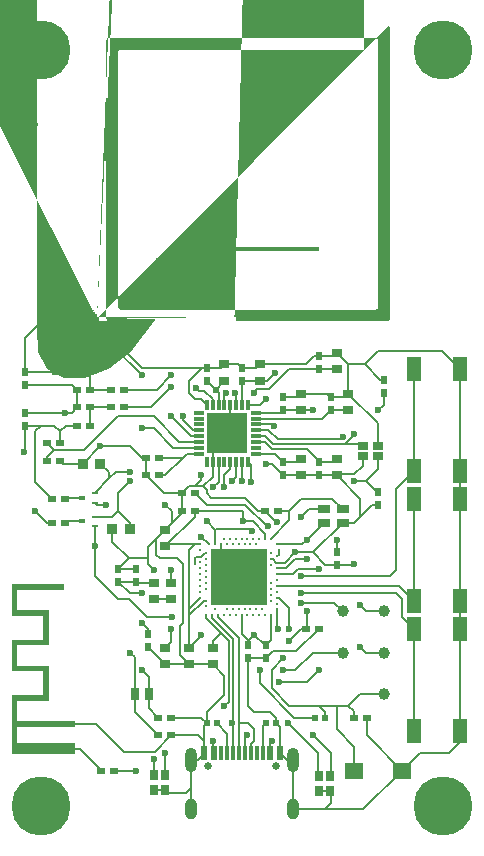
<source format=gtl>
G04 #@! TF.GenerationSoftware,KiCad,Pcbnew,9.0.3*
G04 #@! TF.CreationDate,2025-07-24T21:09:00-07:00*
G04 #@! TF.ProjectId,kikard,6b696b61-7264-42e6-9b69-6361645f7063,rev?*
G04 #@! TF.SameCoordinates,Original*
G04 #@! TF.FileFunction,Copper,L1,Top*
G04 #@! TF.FilePolarity,Positive*
%FSLAX46Y46*%
G04 Gerber Fmt 4.6, Leading zero omitted, Abs format (unit mm)*
G04 Created by KiCad (PCBNEW 9.0.3) date 2025-07-24 21:09:00*
%MOMM*%
%LPD*%
G01*
G04 APERTURE LIST*
G04 Aperture macros list*
%AMRoundRect*
0 Rectangle with rounded corners*
0 $1 Rounding radius*
0 $2 $3 $4 $5 $6 $7 $8 $9 X,Y pos of 4 corners*
0 Add a 4 corners polygon primitive as box body*
4,1,4,$2,$3,$4,$5,$6,$7,$8,$9,$2,$3,0*
0 Add four circle primitives for the rounded corners*
1,1,$1+$1,$2,$3*
1,1,$1+$1,$4,$5*
1,1,$1+$1,$6,$7*
1,1,$1+$1,$8,$9*
0 Add four rect primitives between the rounded corners*
20,1,$1+$1,$2,$3,$4,$5,0*
20,1,$1+$1,$4,$5,$6,$7,0*
20,1,$1+$1,$6,$7,$8,$9,0*
20,1,$1+$1,$8,$9,$2,$3,0*%
%AMFreePoly0*
4,1,203,24.639018,24.796157,24.711114,24.766294,24.766294,24.711114,24.796157,24.639018,24.800000,24.600000,24.800000,0.000000,24.796157,-0.039018,24.766294,-0.111114,24.711114,-0.166294,24.639018,-0.196157,24.600000,-0.200000,1.000000,-0.200000,0.960982,-0.196157,0.888886,-0.166294,0.833706,-0.111114,0.803843,-0.039018,0.800000,0.000000,0.800000,23.600000,0.803843,23.639018,0.833706,23.711114,
0.888886,23.766294,0.960982,23.796157,1.000000,23.800000,23.600000,23.800000,23.639018,23.796157,23.711114,23.766294,23.766294,23.711114,23.796157,23.639018,23.800000,23.600000,23.800000,1.000000,23.796157,0.960982,23.766294,0.888886,23.711114,0.833706,23.639018,0.803843,23.600000,0.800000,2.000000,0.800000,1.960982,0.803843,1.888886,0.833706,1.833706,0.888886,1.803843,0.960982,
1.800000,1.000000,1.800000,22.600000,1.803843,22.639018,1.833706,22.711114,1.888886,22.766294,1.960982,22.796157,2.000000,22.800000,22.600000,22.800000,22.639018,22.796157,22.711114,22.766294,22.766294,22.711114,22.796157,22.639018,22.800000,22.600000,22.800000,2.000000,22.796157,1.960982,22.766294,1.888886,22.711114,1.833706,22.639018,1.803843,22.600000,1.800000,3.000000,1.800000,
2.960982,1.803843,2.888886,1.833706,2.833706,1.888886,2.803843,1.960982,2.800000,2.000000,2.800000,21.600000,2.803843,21.639018,2.833706,21.711114,2.888886,21.766294,2.960982,21.796157,3.000000,21.800000,21.600000,21.800000,21.639018,21.796157,21.711114,21.766294,21.766294,21.711114,21.796157,21.639018,21.800000,21.600000,21.800000,3.000000,21.796157,2.960982,21.766294,2.888886,
21.711114,2.833706,21.639018,2.803843,21.600000,2.800000,4.000000,2.800000,3.960982,2.803843,3.888886,2.833706,3.833706,2.888886,3.803843,2.960982,3.800000,3.000000,3.800000,20.600000,3.803843,20.639018,3.833706,20.711114,3.888886,20.766294,3.960982,20.796157,4.000000,20.800000,20.600000,20.800000,20.639018,20.796157,20.711114,20.766294,20.766294,20.711114,20.796157,20.639018,
20.800000,20.600000,20.800000,4.000000,20.796157,3.960982,20.766294,3.888886,20.711114,3.833706,20.639018,3.803843,20.600000,3.800000,5.000000,3.800000,4.960982,3.803843,4.888886,3.833706,4.833706,3.888886,4.803843,3.960982,4.800000,4.000000,4.800000,19.600000,4.803843,19.639018,4.833706,19.711114,4.888886,19.766294,4.960982,19.796157,5.000000,19.800000,19.600000,19.800000,
19.639018,19.796157,19.711114,19.766294,19.766294,19.711114,19.796157,19.639018,19.800000,19.600000,19.800000,5.000000,19.796157,4.960982,19.766294,4.888886,19.711114,4.833706,19.639018,4.803843,19.600000,4.800000,6.000000,4.800000,5.960982,4.803843,5.888886,4.833706,5.833706,4.888886,5.803843,4.960982,5.800000,5.000000,5.800000,18.600000,5.803843,18.639018,5.833706,18.711114,
5.888886,18.766294,5.960982,18.796157,6.000000,18.800000,18.600000,18.800000,18.639018,18.796157,18.711114,18.766294,18.766294,18.711114,18.796157,18.639018,18.800000,18.600000,18.800000,6.000000,18.796157,5.960982,18.766294,5.888886,18.711114,5.833706,18.639018,5.803843,18.560982,5.803843,18.488886,5.833706,18.433706,5.888886,18.403843,5.960982,18.400000,6.000000,18.400000,18.400000,
6.200000,18.400000,6.200000,5.200000,19.400000,5.200000,19.400000,19.400000,5.200000,19.400000,5.200000,4.200000,20.400000,4.200000,20.400000,20.400000,4.200000,20.400000,4.200000,3.200000,21.400000,3.200000,21.400000,21.400000,3.200000,21.400000,3.200000,2.200000,22.400000,2.200000,22.400000,22.400000,2.200000,22.400000,2.200000,1.200000,23.400000,1.200000,23.400000,23.400000,
1.200000,23.400000,1.200000,0.200000,24.400000,0.200000,24.400000,24.400000,0.200000,24.400000,0.200000,0.000000,0.196157,-0.039018,0.166294,-0.111114,0.111114,-0.166294,0.039018,-0.196157,-0.039018,-0.196157,-0.111114,-0.166294,-0.166294,-0.111114,-0.196157,-0.039018,-0.200000,0.000000,-0.200000,24.600000,-0.196157,24.639018,-0.166294,24.711114,-0.111114,24.766294,-0.039018,24.796157,
0.000000,24.800000,24.600000,24.800000,24.639018,24.796157,24.639018,24.796157,$1*%
%AMFreePoly1*
4,1,21,11.639018,0.196157,11.711114,0.166294,11.766294,0.111114,11.796157,0.039018,11.796157,-0.039018,11.766294,-0.111114,11.711114,-0.166294,11.639018,-0.196157,11.600000,-0.200000,0.000000,-0.200000,-0.039018,-0.196157,-0.111114,-0.166294,-0.166294,-0.111114,-0.196157,-0.039018,-0.196157,0.039018,-0.166294,0.111114,-0.111114,0.166294,-0.039018,0.196157,0.000000,0.200000,11.600000,0.200000,
11.639018,0.196157,11.639018,0.196157,$1*%
G04 Aperture macros list end*
G04 #@! TA.AperFunction,EtchedComponent*
%ADD10C,0.000000*%
G04 #@! TD*
G04 #@! TA.AperFunction,SMDPad,CuDef*
%ADD11C,1.000000*%
G04 #@! TD*
G04 #@! TA.AperFunction,SMDPad,CuDef*
%ADD12R,0.540000X0.790000*%
G04 #@! TD*
G04 #@! TA.AperFunction,SMDPad,CuDef*
%ADD13R,0.790000X0.540000*%
G04 #@! TD*
G04 #@! TA.AperFunction,SMDPad,CuDef*
%ADD14R,0.900000X0.800000*%
G04 #@! TD*
G04 #@! TA.AperFunction,SMDPad,CuDef*
%ADD15R,0.810000X0.860000*%
G04 #@! TD*
G04 #@! TA.AperFunction,SMDPad,CuDef*
%ADD16R,0.490000X0.290000*%
G04 #@! TD*
G04 #@! TA.AperFunction,SMDPad,CuDef*
%ADD17R,0.490000X0.430000*%
G04 #@! TD*
G04 #@! TA.AperFunction,ComponentPad*
%ADD18C,5.000000*%
G04 #@! TD*
G04 #@! TA.AperFunction,SMDPad,CuDef*
%ADD19R,1.100000X0.800000*%
G04 #@! TD*
G04 #@! TA.AperFunction,SMDPad,CuDef*
%ADD20R,0.570000X0.540000*%
G04 #@! TD*
G04 #@! TA.AperFunction,SMDPad,CuDef*
%ADD21RoundRect,0.032500X0.387500X0.097500X-0.387500X0.097500X-0.387500X-0.097500X0.387500X-0.097500X0*%
G04 #@! TD*
G04 #@! TA.AperFunction,SMDPad,CuDef*
%ADD22RoundRect,0.032500X0.097500X0.387500X-0.097500X0.387500X-0.097500X-0.387500X0.097500X-0.387500X0*%
G04 #@! TD*
G04 #@! TA.AperFunction,SMDPad,CuDef*
%ADD23R,3.500000X3.500000*%
G04 #@! TD*
G04 #@! TA.AperFunction,SMDPad,CuDef*
%ADD24R,0.700000X0.900000*%
G04 #@! TD*
G04 #@! TA.AperFunction,SMDPad,CuDef*
%ADD25R,0.860000X0.800000*%
G04 #@! TD*
G04 #@! TA.AperFunction,SMDPad,CuDef*
%ADD26R,1.530000X1.360000*%
G04 #@! TD*
G04 #@! TA.AperFunction,ComponentPad*
%ADD27C,0.400000*%
G04 #@! TD*
G04 #@! TA.AperFunction,SMDPad,CuDef*
%ADD28FreePoly0,0.000000*%
G04 #@! TD*
G04 #@! TA.AperFunction,SMDPad,CuDef*
%ADD29FreePoly1,0.000000*%
G04 #@! TD*
G04 #@! TA.AperFunction,SMDPad,CuDef*
%ADD30R,1.200000X2.000000*%
G04 #@! TD*
G04 #@! TA.AperFunction,SMDPad,CuDef*
%ADD31R,0.800000X1.000000*%
G04 #@! TD*
G04 #@! TA.AperFunction,SMDPad,CuDef*
%ADD32R,0.850000X0.700000*%
G04 #@! TD*
G04 #@! TA.AperFunction,ComponentPad*
%ADD33C,0.650000*%
G04 #@! TD*
G04 #@! TA.AperFunction,ComponentPad*
%ADD34O,1.000000X2.100000*%
G04 #@! TD*
G04 #@! TA.AperFunction,ComponentPad*
%ADD35O,1.000000X1.800000*%
G04 #@! TD*
G04 #@! TA.AperFunction,SMDPad,CuDef*
%ADD36R,0.600000X1.150000*%
G04 #@! TD*
G04 #@! TA.AperFunction,SMDPad,CuDef*
%ADD37R,0.300000X1.150000*%
G04 #@! TD*
G04 #@! TA.AperFunction,ConnectorPad*
%ADD38R,0.500000X0.500000*%
G04 #@! TD*
G04 #@! TA.AperFunction,ComponentPad*
%ADD39R,0.500000X0.900000*%
G04 #@! TD*
G04 #@! TA.AperFunction,SMDPad,CuDef*
%ADD40R,4.850000X4.850000*%
G04 #@! TD*
G04 #@! TA.AperFunction,SMDPad,CuDef*
%ADD41C,0.275000*%
G04 #@! TD*
G04 #@! TA.AperFunction,ViaPad*
%ADD42C,0.600000*%
G04 #@! TD*
G04 #@! TA.AperFunction,ViaPad*
%ADD43C,0.250000*%
G04 #@! TD*
G04 #@! TA.AperFunction,ViaPad*
%ADD44C,0.500000*%
G04 #@! TD*
G04 #@! TA.AperFunction,Conductor*
%ADD45C,0.200000*%
G04 #@! TD*
G04 APERTURE END LIST*
D10*
G04 #@! TA.AperFunction,EtchedComponent*
G36*
X134915000Y-113700000D02*
G01*
X130975000Y-113700000D01*
X130975000Y-115400000D01*
X133615000Y-115400000D01*
X133615000Y-118400000D01*
X130975000Y-118400000D01*
X130975000Y-120100000D01*
X133615000Y-120100000D01*
X133615000Y-123100000D01*
X130975000Y-123100000D01*
X130975000Y-124800000D01*
X135875000Y-124800000D01*
X135875000Y-125300000D01*
X130975000Y-125300000D01*
X130975000Y-126700000D01*
X135875000Y-126700000D01*
X135875000Y-127600000D01*
X135631785Y-127600000D01*
X130475000Y-127600000D01*
X130475000Y-127157267D01*
X135477018Y-127157267D01*
X135484908Y-127205353D01*
X135501814Y-127238245D01*
X135538584Y-127273185D01*
X135583378Y-127292847D01*
X135631785Y-127297583D01*
X135679395Y-127287742D01*
X135721797Y-127263674D01*
X135754581Y-127225731D01*
X135758935Y-127217819D01*
X135771043Y-127175156D01*
X135770300Y-127126637D01*
X135757400Y-127081122D01*
X135746787Y-127062511D01*
X135711553Y-127028868D01*
X135666368Y-127008309D01*
X135616842Y-127001778D01*
X135568583Y-127010218D01*
X135536357Y-127027112D01*
X135503687Y-127062372D01*
X135483592Y-127107682D01*
X135477018Y-127157267D01*
X130475000Y-127157267D01*
X130475000Y-122600000D01*
X133115000Y-122600000D01*
X133115000Y-120600000D01*
X130475000Y-120600000D01*
X130475000Y-117900000D01*
X133115000Y-117900000D01*
X133115000Y-115900000D01*
X130475000Y-115900000D01*
X130475000Y-113200000D01*
X134915000Y-113200000D01*
X134915000Y-113700000D01*
G37*
G04 #@! TD.AperFunction*
D11*
X162000000Y-122500000D03*
X162000000Y-119000000D03*
X158500000Y-119000000D03*
X162000000Y-115500000D03*
X158500000Y-115500000D03*
D12*
X150500000Y-119500000D03*
X150500000Y-118400000D03*
D13*
X141900000Y-102500000D03*
X143000000Y-102500000D03*
D14*
X147500000Y-118600000D03*
X147500000Y-120000000D03*
D13*
X133500000Y-102780000D03*
X134600000Y-102780000D03*
D15*
X139000000Y-108500000D03*
X140500000Y-108500000D03*
D14*
X159000000Y-97100000D03*
X159000000Y-98500000D03*
D16*
X137500000Y-108300000D03*
X137500000Y-107500000D03*
D17*
X136440000Y-107900000D03*
D13*
X138900000Y-96750000D03*
X140000000Y-96750000D03*
X144900000Y-107000000D03*
X146000000Y-107000000D03*
D12*
X156500000Y-104000000D03*
X156500000Y-102900000D03*
X141000000Y-111900000D03*
X141000000Y-113000000D03*
D18*
X167000000Y-132000000D03*
D12*
X147000000Y-94900000D03*
X147000000Y-96000000D03*
D19*
X156900000Y-108010000D03*
X158500000Y-108000000D03*
X158500000Y-106850000D03*
X156900000Y-106860000D03*
D13*
X134600000Y-101280000D03*
X133500000Y-101280000D03*
D20*
X156140000Y-124500000D03*
X157000000Y-124500000D03*
D13*
X146000000Y-105500000D03*
X144900000Y-105500000D03*
X144000000Y-124500000D03*
X142900000Y-124500000D03*
D21*
X151185000Y-102185000D03*
X151185000Y-101685000D03*
X151185000Y-101185000D03*
X151185000Y-100685000D03*
X151185000Y-100185000D03*
X151185000Y-99685000D03*
X151185000Y-99185000D03*
X151185000Y-98685000D03*
D22*
X150500000Y-98000000D03*
X150000000Y-98000000D03*
X149500000Y-98000000D03*
X149000000Y-98000000D03*
X148500000Y-98000000D03*
X148000000Y-98000000D03*
X147500000Y-98000000D03*
X147000000Y-98000000D03*
D21*
X146315000Y-98685000D03*
X146315000Y-99185000D03*
X146315000Y-99685000D03*
X146315000Y-100185000D03*
X146315000Y-100685000D03*
X146315000Y-101185000D03*
X146315000Y-101685000D03*
X146315000Y-102185000D03*
D22*
X147000000Y-102870000D03*
X147500000Y-102870000D03*
X148000000Y-102870000D03*
X148500000Y-102870000D03*
X149000000Y-102870000D03*
X149500000Y-102870000D03*
X150000000Y-102870000D03*
X150500000Y-102870000D03*
D23*
X148750000Y-100435000D03*
D12*
X157500000Y-97400000D03*
X157500000Y-98500000D03*
D24*
X142550000Y-129350000D03*
X142550000Y-130650000D03*
X143450000Y-129350000D03*
X143450000Y-130650000D03*
D12*
X149950000Y-94900000D03*
X149950000Y-96000000D03*
D25*
X142500000Y-114500000D03*
X142500000Y-113100000D03*
D12*
X139500000Y-111900000D03*
X139500000Y-113000000D03*
D13*
X134600000Y-92280000D03*
X133500000Y-92280000D03*
D24*
X156500000Y-129430000D03*
X156500000Y-130730000D03*
X157400000Y-129430000D03*
X157400000Y-130730000D03*
D13*
X144000000Y-126000000D03*
X142900000Y-126000000D03*
X156500000Y-117000000D03*
X155400000Y-117000000D03*
X136000000Y-99780000D03*
X137100000Y-99780000D03*
D26*
X159460000Y-129000000D03*
X163540000Y-129000000D03*
D13*
X153000000Y-107000000D03*
X151900000Y-107000000D03*
D27*
X137700000Y-90800000D03*
D28*
X137700000Y-90800000D03*
D27*
X144700000Y-84800000D03*
D29*
X144700000Y-84800000D03*
D12*
X153500000Y-97400000D03*
X153500000Y-98500000D03*
D18*
X133000000Y-68000000D03*
D30*
X164550000Y-114600000D03*
X164550000Y-106000000D03*
X168450000Y-114600000D03*
X168450000Y-106000000D03*
D20*
X152000000Y-125000000D03*
X152860000Y-125000000D03*
D12*
X156500000Y-93900000D03*
X156500000Y-95000000D03*
D31*
X142100000Y-122500000D03*
X140900000Y-122500000D03*
D30*
X164550000Y-125600000D03*
X164550000Y-117000000D03*
X168450000Y-125600000D03*
X168450000Y-117000000D03*
D25*
X144000000Y-113100000D03*
X144000000Y-114500000D03*
D20*
X147860000Y-125000000D03*
X147000000Y-125000000D03*
D14*
X158000000Y-93600000D03*
X158000000Y-95000000D03*
D32*
X160200000Y-102400000D03*
X161500000Y-102400000D03*
X161500000Y-101500000D03*
X160200000Y-101500000D03*
D33*
X147110000Y-128615000D03*
X152890000Y-128615000D03*
D34*
X145680000Y-128115000D03*
X154320000Y-128115000D03*
D35*
X145680000Y-132265000D03*
X154320000Y-132265000D03*
D36*
X146800000Y-127545000D03*
X147600000Y-127545000D03*
D37*
X148750000Y-127545000D03*
X149750000Y-127545000D03*
X150250000Y-127545000D03*
X151250000Y-127545000D03*
D36*
X153200000Y-127545000D03*
X152400000Y-127545000D03*
D37*
X151750000Y-127545000D03*
X150750000Y-127545000D03*
X149250000Y-127545000D03*
X148250000Y-127545000D03*
D13*
X138900000Y-98250000D03*
X140000000Y-98250000D03*
D14*
X143500000Y-108600000D03*
X143500000Y-110000000D03*
D12*
X142000000Y-117400000D03*
X142000000Y-118500000D03*
X162000000Y-95900000D03*
X162000000Y-97000000D03*
D18*
X167000000Y-68000000D03*
D13*
X136000000Y-98250000D03*
X137100000Y-98250000D03*
X159450000Y-124500000D03*
X160550000Y-124500000D03*
D30*
X164550000Y-103600000D03*
X164550000Y-95000000D03*
X168450000Y-103600000D03*
X168450000Y-95000000D03*
D16*
X137500000Y-106300000D03*
X137500000Y-105500000D03*
D17*
X136440000Y-105900000D03*
D13*
X133900000Y-108000000D03*
X135000000Y-108000000D03*
D14*
X148500000Y-94600000D03*
X148500000Y-96000000D03*
D12*
X152000000Y-119500000D03*
X152000000Y-118400000D03*
D14*
X143500000Y-120000000D03*
X143500000Y-118600000D03*
D13*
X141900000Y-104000000D03*
X143000000Y-104000000D03*
D14*
X158000000Y-104000000D03*
X158000000Y-102600000D03*
D15*
X136500000Y-103000000D03*
X138000000Y-103000000D03*
D12*
X131600000Y-95230000D03*
X131600000Y-96330000D03*
D14*
X155000000Y-97100000D03*
X155000000Y-98500000D03*
D13*
X138020000Y-129000000D03*
X139120000Y-129000000D03*
D12*
X131600000Y-98680000D03*
X131600000Y-99780000D03*
D13*
X133900000Y-106000000D03*
X135000000Y-106000000D03*
X134600000Y-93780000D03*
X133500000Y-93780000D03*
D12*
X153500000Y-104000000D03*
X153500000Y-102900000D03*
D14*
X155000000Y-104000000D03*
X155000000Y-102600000D03*
X145500000Y-120000000D03*
X145500000Y-118600000D03*
D12*
X161500000Y-106500000D03*
X161500000Y-105400000D03*
D38*
X135625000Y-125050000D03*
D39*
X135625000Y-127150000D03*
D14*
X151500000Y-94600000D03*
X151500000Y-96000000D03*
D13*
X137100000Y-96750000D03*
X136000000Y-96750000D03*
D12*
X158000000Y-110450000D03*
X158000000Y-111550000D03*
D13*
X136000000Y-95280000D03*
X137100000Y-95280000D03*
D40*
X149700000Y-112600000D03*
D41*
X148450000Y-109350000D03*
X148950000Y-109350000D03*
X149450000Y-109350000D03*
X149950000Y-109350000D03*
X150450000Y-109350000D03*
X150950000Y-109350000D03*
X151450000Y-109350000D03*
X151950000Y-109350000D03*
X152450000Y-109350000D03*
X152950000Y-114850000D03*
X146950000Y-115100000D03*
X147700000Y-115350000D03*
X148700000Y-115350000D03*
X149200000Y-115350000D03*
X149700000Y-115350000D03*
X150200000Y-115350000D03*
X150700000Y-115350000D03*
X151200000Y-115350000D03*
X151700000Y-115350000D03*
X152950000Y-115350000D03*
X146950000Y-115850000D03*
X147450000Y-115850000D03*
X147950000Y-115850000D03*
X148450000Y-115850000D03*
X148950000Y-115850000D03*
X149450000Y-115850000D03*
X149950000Y-115850000D03*
X150450000Y-115850000D03*
X150950000Y-115850000D03*
X151450000Y-115850000D03*
X151950000Y-115850000D03*
X152450000Y-115850000D03*
X146450000Y-109850000D03*
X147200000Y-109850000D03*
X147700000Y-109850000D03*
X148200000Y-109850000D03*
X148700000Y-109850000D03*
X149200000Y-109850000D03*
X149700000Y-109850000D03*
X150200000Y-109850000D03*
X150700000Y-109850000D03*
X151200000Y-109850000D03*
X152950000Y-109850000D03*
X146450000Y-110350000D03*
X146950000Y-110600000D03*
X152450000Y-110600000D03*
X152950000Y-110850000D03*
X146950000Y-111100000D03*
X152450000Y-111100000D03*
X146450000Y-111350000D03*
X146950000Y-111600000D03*
X152450000Y-111600000D03*
X146450000Y-111850000D03*
X152950000Y-111850000D03*
X146950000Y-112100000D03*
X146450000Y-112350000D03*
X152950000Y-112350000D03*
X146950000Y-112600000D03*
X146450000Y-112850000D03*
X152950000Y-112850000D03*
X146950000Y-113100000D03*
X152450000Y-113100000D03*
X146450000Y-113350000D03*
X152950000Y-113350000D03*
X146950000Y-113600000D03*
X152450000Y-113600000D03*
X146450000Y-113850000D03*
X152950000Y-113850000D03*
X152450000Y-114100000D03*
X146450000Y-114350000D03*
X152950000Y-114350000D03*
X146950000Y-114600000D03*
X152450000Y-114600000D03*
D18*
X133000000Y-132000000D03*
D42*
X160000000Y-118500000D03*
X159500000Y-111500000D03*
X153500000Y-120500000D03*
X160000000Y-115000000D03*
X153050000Y-117000000D03*
X155000000Y-114800003D03*
D43*
X152950000Y-114850000D03*
D44*
X161500000Y-101500000D03*
X160200000Y-102400000D03*
D42*
X152000000Y-103000000D03*
X135000000Y-98680000D03*
X152975735Y-107975735D03*
X152731478Y-99840399D03*
D43*
X148200000Y-109850000D03*
D42*
X154500000Y-110500000D03*
X144000000Y-99000000D03*
X142500000Y-112000000D03*
X138000000Y-101500000D03*
X146500000Y-104000000D03*
X155000000Y-107500000D03*
X143500000Y-106500000D03*
X145000000Y-99000000D03*
X131500000Y-102000000D03*
X134150000Y-95230000D03*
X134000000Y-90000000D03*
X132500000Y-107000000D03*
X144000000Y-117000000D03*
D43*
X147700000Y-115350000D03*
D42*
X151000000Y-117500000D03*
X151500000Y-120500000D03*
X146500000Y-117500000D03*
X150100000Y-107900000D03*
X155000000Y-102600000D03*
X147500000Y-126500000D03*
X152500000Y-126500000D03*
X142500000Y-128000000D03*
X148500000Y-123500000D03*
X153900000Y-125000000D03*
X156000000Y-98500000D03*
X153100000Y-121500000D03*
X156500000Y-120500000D03*
X152801735Y-95301735D03*
X147750000Y-96750000D03*
X152000000Y-97500000D03*
X151000000Y-97000000D03*
X149400000Y-97000000D03*
X158500000Y-100758450D03*
X159500000Y-104500000D03*
X161500000Y-98500000D03*
X159500000Y-100500000D03*
X158000000Y-109500000D03*
X155455000Y-109455000D03*
D43*
X146000000Y-111500000D03*
D42*
X140500000Y-119000000D03*
X141500000Y-120500000D03*
D43*
X146950000Y-111100000D03*
D42*
X147000000Y-107900000D03*
D43*
X153096256Y-110288769D03*
D42*
X141500000Y-114000000D03*
X150869121Y-108717651D03*
X152174265Y-108325735D03*
D43*
X152450000Y-110600000D03*
D42*
X141500000Y-116500000D03*
D43*
X146450000Y-110350000D03*
D42*
X155500000Y-115500000D03*
X154000000Y-118000000D03*
D43*
X152450000Y-111600000D03*
D42*
X141000000Y-129000000D03*
X141500000Y-100000000D03*
X141500000Y-95500000D03*
D43*
X149700000Y-115350000D03*
D42*
X153500000Y-119500000D03*
X146540156Y-109218905D03*
X144000000Y-112000000D03*
X144000000Y-96500000D03*
X148600000Y-97000000D03*
X144000000Y-95500000D03*
X146124265Y-96624265D03*
D43*
X148450000Y-115850000D03*
D42*
X143500000Y-127500000D03*
X154000000Y-117000000D03*
X156000000Y-126000000D03*
X144102000Y-116000000D03*
X137500000Y-110000000D03*
X138500000Y-106500000D03*
D43*
X146450000Y-112850000D03*
D42*
X140500000Y-103699997D03*
X156500000Y-111900000D03*
X140500000Y-104500000D03*
X155500000Y-111100000D03*
D43*
X152450000Y-113600000D03*
D42*
X155000000Y-114000000D03*
X155000000Y-112500000D03*
D43*
X152450000Y-113100000D03*
X151700000Y-115350000D03*
D42*
X150786793Y-104529761D03*
X149114579Y-104487851D03*
D43*
X150700000Y-115350000D03*
X149200000Y-115350000D03*
D42*
X148500000Y-105000000D03*
X149150000Y-125000000D03*
X150400000Y-126000000D03*
X147543849Y-104979567D03*
D43*
X148700000Y-115350000D03*
D42*
X149991063Y-104447187D03*
D43*
X151200000Y-115350000D03*
D45*
X162000000Y-122500000D02*
X160000000Y-122500000D01*
X160000000Y-122500000D02*
X159000000Y-123500000D01*
X160500000Y-119000000D02*
X162000000Y-119000000D01*
X159450000Y-111550000D02*
X159500000Y-111500000D01*
X158000000Y-111550000D02*
X159450000Y-111550000D01*
X160000000Y-118500000D02*
X160500000Y-119000000D01*
X154500000Y-120500000D02*
X156000000Y-119000000D01*
X153500000Y-120500000D02*
X154500000Y-120500000D01*
X156000000Y-119000000D02*
X158500000Y-119000000D01*
X156500000Y-120500000D02*
X155500000Y-121500000D01*
X155500000Y-121500000D02*
X153100000Y-121500000D01*
X153100000Y-121500000D02*
X153100000Y-121400000D01*
X160000000Y-115000000D02*
X160500000Y-115500000D01*
X160500000Y-115500000D02*
X162000000Y-115500000D01*
X155000000Y-114800003D02*
X157800003Y-114800003D01*
X157800003Y-114800003D02*
X158500000Y-115500000D01*
X152950000Y-116900000D02*
X153050000Y-117000000D01*
X152950000Y-115350000D02*
X152950000Y-116900000D01*
X136290000Y-127150000D02*
X138140000Y-129000000D01*
X135625000Y-127150000D02*
X136290000Y-127150000D01*
X146500000Y-124500000D02*
X147000000Y-125000000D01*
X153500000Y-104000000D02*
X155000000Y-104000000D01*
X144000000Y-124500000D02*
X146500000Y-124500000D01*
X141500000Y-102500000D02*
X141900000Y-102500000D01*
X154320000Y-128115000D02*
X153770000Y-128115000D01*
X148200000Y-111100000D02*
X149700000Y-112600000D01*
X152000000Y-103000000D02*
X152500000Y-103000000D01*
X166950000Y-93500000D02*
X161500000Y-93500000D01*
X157000000Y-132265000D02*
X154320000Y-132265000D01*
X151185000Y-99685000D02*
X152576079Y-99685000D01*
X160550000Y-126010000D02*
X163540000Y-129000000D01*
X140500000Y-101500000D02*
X141500000Y-102500000D01*
X145260000Y-130920000D02*
X145680000Y-130500000D01*
X158500000Y-108000000D02*
X156000000Y-110500000D01*
X146800000Y-125200000D02*
X147000000Y-125000000D01*
X141501000Y-94900000D02*
X147000000Y-94900000D01*
X156500000Y-117000000D02*
X154601000Y-118899000D01*
X157700000Y-93900000D02*
X158000000Y-93600000D01*
X148200000Y-94900000D02*
X148500000Y-94600000D01*
X156100000Y-93900000D02*
X156500000Y-93900000D01*
X159000000Y-97100000D02*
X159000000Y-94600000D01*
X149650000Y-94600000D02*
X149950000Y-94900000D01*
X143500000Y-120000000D02*
X145500000Y-120000000D01*
X168450000Y-126550000D02*
X167500000Y-127500000D01*
X146500000Y-104429000D02*
X146000000Y-104929000D01*
X145000000Y-99327542D02*
X145000000Y-99000000D01*
X145685000Y-100685000D02*
X144000000Y-99000000D01*
X144749000Y-116751000D02*
X144749000Y-119249000D01*
X142749000Y-109351000D02*
X142749000Y-110701000D01*
X158000000Y-111550000D02*
X157050000Y-111550000D01*
X138881000Y-92280000D02*
X141501000Y-94900000D01*
X143048000Y-111000000D02*
X144500000Y-111000000D01*
X139000000Y-109600000D02*
X140400000Y-111000000D01*
X146696000Y-104929000D02*
X146000000Y-104929000D01*
X168450000Y-117000000D02*
X168450000Y-125600000D01*
X131600000Y-96330000D02*
X135580000Y-96330000D01*
X146000000Y-104929000D02*
X145471000Y-104929000D01*
X160200000Y-103199000D02*
X159500000Y-103899000D01*
X158101000Y-103899000D02*
X158000000Y-104000000D01*
X135580000Y-96330000D02*
X136000000Y-96750000D01*
X154700000Y-97400000D02*
X155000000Y-97100000D01*
X146800000Y-127545000D02*
X146800000Y-126500000D01*
X152891367Y-111411500D02*
X153588500Y-111411500D01*
X146500000Y-104000000D02*
X146500000Y-104429000D01*
X147000000Y-98000000D02*
X146500000Y-97500000D01*
X146000000Y-97500000D02*
X145523265Y-97023265D01*
X136000000Y-96750000D02*
X136000000Y-98250000D01*
X156500000Y-93900000D02*
X157700000Y-93900000D01*
X161500000Y-106500000D02*
X161000000Y-106500000D01*
X154320000Y-132265000D02*
X154320000Y-128115000D01*
X148448000Y-122552000D02*
X148448000Y-120948000D01*
X163540000Y-129000000D02*
X164000000Y-129000000D01*
X145680000Y-128115000D02*
X146230000Y-128115000D01*
X134820000Y-103000000D02*
X134600000Y-102780000D01*
X147500000Y-104125000D02*
X146696000Y-104929000D01*
X147000000Y-124000000D02*
X147000000Y-125000000D01*
X158700000Y-97400000D02*
X159000000Y-97100000D01*
X154601000Y-118899000D02*
X152601000Y-118899000D01*
X153200000Y-127545000D02*
X153200000Y-125340000D01*
X153588500Y-111411500D02*
X154500000Y-110500000D01*
X168450000Y-95000000D02*
X166950000Y-93500000D01*
X138000000Y-101500000D02*
X140500000Y-101500000D01*
X148500000Y-94600000D02*
X149650000Y-94600000D01*
X146600000Y-94900000D02*
X147000000Y-94900000D01*
X135570000Y-98680000D02*
X136000000Y-98250000D01*
X142500000Y-112000000D02*
X142000000Y-111500000D01*
X158000000Y-104000000D02*
X160000000Y-106000000D01*
X144900000Y-107000000D02*
X144900000Y-107200000D01*
X153770000Y-128115000D02*
X153200000Y-127545000D01*
X145523265Y-95976735D02*
X146600000Y-94900000D01*
X157050000Y-111550000D02*
X156000000Y-110500000D01*
X147399000Y-105899000D02*
X147000000Y-105500000D01*
X142550000Y-130650000D02*
X143450000Y-130650000D01*
X147000000Y-105500000D02*
X147000000Y-105233000D01*
X168450000Y-103600000D02*
X168450000Y-106000000D01*
X136500000Y-103000000D02*
X138000000Y-101500000D01*
X143550000Y-130920000D02*
X145260000Y-130920000D01*
X140001000Y-127399000D02*
X142601000Y-127399000D01*
X159500000Y-103899000D02*
X158101000Y-103899000D01*
X148200000Y-109850000D02*
X148200000Y-111100000D01*
X152330000Y-124000000D02*
X152860000Y-124530000D01*
X157200000Y-97100000D02*
X157500000Y-97400000D01*
X160400000Y-94600000D02*
X159000000Y-94600000D01*
X143500000Y-106500000D02*
X144050000Y-107050000D01*
X145000000Y-116500000D02*
X144749000Y-116751000D01*
X156500000Y-104000000D02*
X158000000Y-104000000D01*
X147500000Y-102870000D02*
X147500000Y-104125000D01*
X149000000Y-100185000D02*
X148750000Y-100435000D01*
X160000000Y-107500000D02*
X159500000Y-108000000D01*
X151349943Y-107000000D02*
X150248943Y-105899000D01*
X145523265Y-97023265D02*
X145523265Y-95976735D01*
X151000000Y-124000000D02*
X152330000Y-124000000D01*
X142749000Y-110701000D02*
X143048000Y-111000000D01*
X156900000Y-106860000D02*
X155640000Y-106860000D01*
X143500000Y-108600000D02*
X142749000Y-109351000D01*
X168450000Y-95000000D02*
X168450000Y-103600000D01*
X145471000Y-104929000D02*
X144900000Y-105500000D01*
X153500000Y-97400000D02*
X154700000Y-97400000D01*
X168450000Y-125600000D02*
X168450000Y-126550000D01*
X135000000Y-98680000D02*
X135570000Y-98680000D01*
X144050000Y-108050000D02*
X143500000Y-108600000D01*
X147500000Y-120000000D02*
X148448000Y-120948000D01*
X160275000Y-132265000D02*
X163540000Y-129000000D01*
X152875735Y-107975735D02*
X151900000Y-107000000D01*
X144749000Y-119249000D02*
X145500000Y-120000000D01*
X156000000Y-110500000D02*
X154500000Y-110500000D01*
X152450000Y-111100000D02*
X152426000Y-111100000D01*
X160550000Y-124500000D02*
X160550000Y-126010000D01*
X135625000Y-125050000D02*
X137652000Y-125050000D01*
X161500000Y-99600000D02*
X161500000Y-101500000D01*
X144000000Y-126000000D02*
X146300000Y-126000000D01*
X155000000Y-104000000D02*
X156500000Y-104000000D01*
X155000000Y-97100000D02*
X157200000Y-97100000D01*
X153200000Y-125340000D02*
X152860000Y-125000000D01*
X141900000Y-102500000D02*
X141900000Y-104000000D01*
X157500000Y-97400000D02*
X158700000Y-97400000D01*
X148750000Y-100435000D02*
X147500000Y-101685000D01*
X137652000Y-125050000D02*
X140001000Y-127399000D01*
X155400000Y-94600000D02*
X156100000Y-93900000D01*
X146315000Y-100185000D02*
X145857458Y-100185000D01*
X151500000Y-94600000D02*
X155400000Y-94600000D01*
X159000000Y-94600000D02*
X158000000Y-93600000D01*
X160200000Y-102400000D02*
X160200000Y-103199000D01*
X148448000Y-122552000D02*
X147000000Y-124000000D01*
X161700000Y-95900000D02*
X160400000Y-94600000D01*
X142000000Y-118500000D02*
X143500000Y-120000000D01*
X152579867Y-111100000D02*
X152891367Y-111411500D01*
X131600000Y-98680000D02*
X135000000Y-98680000D01*
X162000000Y-95900000D02*
X161700000Y-95900000D01*
X142000000Y-110100000D02*
X142749000Y-109351000D01*
X159500000Y-108000000D02*
X158500000Y-108000000D01*
X157500000Y-131765000D02*
X157000000Y-132265000D01*
X155640000Y-106860000D02*
X155000000Y-107500000D01*
X145680000Y-132265000D02*
X145680000Y-130500000D01*
X145000000Y-111500000D02*
X145000000Y-116500000D01*
X151900000Y-107000000D02*
X151349943Y-107000000D01*
X134600000Y-92280000D02*
X138881000Y-92280000D01*
X152975735Y-107975735D02*
X152875735Y-107975735D01*
X168450000Y-114600000D02*
X168450000Y-117000000D01*
X145857458Y-100185000D02*
X145000000Y-99327542D01*
X146315000Y-100685000D02*
X145685000Y-100685000D01*
X156500000Y-130730000D02*
X157400000Y-130730000D01*
X146230000Y-128115000D02*
X146800000Y-127545000D01*
X150500000Y-123500000D02*
X151000000Y-124000000D01*
X146800000Y-126500000D02*
X146800000Y-125200000D01*
X167500000Y-127500000D02*
X165040000Y-127500000D01*
X144900000Y-107200000D02*
X144050000Y-108050000D01*
X144900000Y-105500000D02*
X144900000Y-107000000D01*
X142000000Y-111500000D02*
X142000000Y-111000000D01*
X145500000Y-120000000D02*
X147500000Y-120000000D01*
X168450000Y-106000000D02*
X168450000Y-114600000D01*
X144050000Y-107050000D02*
X144050000Y-108050000D01*
X152576079Y-99685000D02*
X152731478Y-99840399D01*
X159000000Y-97100000D02*
X161500000Y-99600000D01*
X150500000Y-119500000D02*
X150500000Y-123500000D01*
X145680000Y-130500000D02*
X145680000Y-128115000D01*
X139000000Y-108500000D02*
X139000000Y-109600000D01*
X147000000Y-105233000D02*
X146696000Y-104929000D01*
X151200000Y-94900000D02*
X151500000Y-94600000D01*
X149950000Y-94900000D02*
X151200000Y-94900000D01*
X152500000Y-103000000D02*
X153500000Y-104000000D01*
X152450000Y-111100000D02*
X152579867Y-111100000D01*
X141900000Y-104000000D02*
X143400000Y-105500000D01*
X146300000Y-126000000D02*
X146800000Y-126500000D01*
X165040000Y-127500000D02*
X163540000Y-129000000D01*
X147500000Y-101685000D02*
X147500000Y-102870000D01*
X152000000Y-119500000D02*
X150500000Y-119500000D01*
X157500000Y-131000000D02*
X157500000Y-131765000D01*
X139500000Y-111900000D02*
X140400000Y-111000000D01*
X136500000Y-103000000D02*
X134820000Y-103000000D01*
X161500000Y-93500000D02*
X160400000Y-94600000D01*
X149000000Y-98000000D02*
X149000000Y-100185000D01*
X142601000Y-127399000D02*
X144000000Y-126000000D01*
X140400000Y-111000000D02*
X142000000Y-111000000D01*
X150248943Y-105899000D02*
X147399000Y-105899000D01*
X161000000Y-106500000D02*
X160000000Y-107500000D01*
X152601000Y-118899000D02*
X152000000Y-119500000D01*
X157000000Y-132265000D02*
X160275000Y-132265000D01*
X144500000Y-111000000D02*
X145000000Y-111500000D01*
X160000000Y-106000000D02*
X160000000Y-107500000D01*
X141000000Y-111900000D02*
X139500000Y-111900000D01*
X142000000Y-111000000D02*
X142000000Y-110100000D01*
X147000000Y-94900000D02*
X148200000Y-94900000D01*
X146500000Y-97500000D02*
X146000000Y-97500000D01*
X152860000Y-124530000D02*
X152860000Y-125000000D01*
X143400000Y-105500000D02*
X144900000Y-105500000D01*
X133900000Y-106000000D02*
X132500000Y-104600000D01*
X134100000Y-99780000D02*
X134600000Y-100280000D01*
X131600000Y-99780000D02*
X133000000Y-99780000D01*
X131600000Y-101900000D02*
X131500000Y-102000000D01*
X135100000Y-99780000D02*
X134600000Y-100280000D01*
X132500000Y-100280000D02*
X133000000Y-99780000D01*
X131600000Y-99780000D02*
X131600000Y-101900000D01*
X133000000Y-99780000D02*
X134100000Y-99780000D01*
X136000000Y-99780000D02*
X135100000Y-99780000D01*
X134600000Y-100280000D02*
X134600000Y-101280000D01*
X132500000Y-104600000D02*
X132500000Y-100280000D01*
X131600000Y-95230000D02*
X131600000Y-92400000D01*
X134600000Y-94780000D02*
X134600000Y-93780000D01*
X133900000Y-108000000D02*
X133500000Y-108000000D01*
X134150000Y-95230000D02*
X134600000Y-94780000D01*
X131600000Y-95230000D02*
X134150000Y-95230000D01*
X133500000Y-108000000D02*
X132500000Y-107000000D01*
X136000000Y-95280000D02*
X135100000Y-95280000D01*
X131600000Y-92400000D02*
X134000000Y-90000000D01*
X135100000Y-95280000D02*
X134600000Y-94780000D01*
X144000000Y-118100000D02*
X143500000Y-118600000D01*
X144000000Y-117000000D02*
X144000000Y-118100000D01*
X146500000Y-117500000D02*
X146500000Y-117600000D01*
X146450000Y-114350000D02*
X145500000Y-115300000D01*
X150500000Y-117953033D02*
X150500000Y-118400000D01*
X154432900Y-124500000D02*
X156140000Y-124500000D01*
X151500000Y-120500000D02*
X151500000Y-121567100D01*
X150100000Y-107900000D02*
X150900000Y-107900000D01*
X146000000Y-109850000D02*
X143650000Y-109850000D01*
X150100000Y-107100000D02*
X150000000Y-107000000D01*
X146000000Y-107000000D02*
X146000000Y-107500000D01*
X150500000Y-118400000D02*
X150500000Y-118000000D01*
X145500000Y-115855546D02*
X145500000Y-116000000D01*
X152450000Y-115850000D02*
X152450000Y-117950000D01*
X146950000Y-114600000D02*
X146755546Y-114600000D01*
X151950000Y-108950000D02*
X151950000Y-109350000D01*
X152785000Y-102185000D02*
X153500000Y-102900000D01*
X150900000Y-107900000D02*
X151950000Y-108950000D01*
X151185000Y-102185000D02*
X152785000Y-102185000D01*
X143650000Y-109850000D02*
X143500000Y-110000000D01*
X145500000Y-110350000D02*
X146000000Y-109850000D01*
X150500000Y-118000000D02*
X151000000Y-117500000D01*
X146450000Y-109850000D02*
X146000000Y-109850000D01*
X146000000Y-107500000D02*
X143500000Y-110000000D01*
X145500000Y-115300000D02*
X145500000Y-110350000D01*
X151500000Y-121567100D02*
X154432900Y-124500000D01*
X146500000Y-117600000D02*
X145500000Y-118600000D01*
X153500000Y-102900000D02*
X154700000Y-102900000D01*
X152000000Y-118400000D02*
X151900000Y-118400000D01*
X154700000Y-102900000D02*
X155000000Y-102600000D01*
X150100000Y-107900000D02*
X150100000Y-107100000D01*
X145500000Y-116000000D02*
X145500000Y-118600000D01*
X149950000Y-117403033D02*
X150500000Y-117953033D01*
X151900000Y-118400000D02*
X151000000Y-117500000D01*
X149950000Y-115850000D02*
X149950000Y-117403033D01*
X146755546Y-114600000D02*
X145500000Y-115855546D01*
X150000000Y-107000000D02*
X146000000Y-107000000D01*
X145500000Y-115300000D02*
X145500000Y-116000000D01*
X152450000Y-117950000D02*
X152000000Y-118400000D01*
X146950000Y-116104333D02*
X146950000Y-115850000D01*
X149950000Y-96450000D02*
X150000000Y-96500000D01*
X153500000Y-98500000D02*
X155000000Y-98500000D01*
X148849000Y-123151000D02*
X148849000Y-118003333D01*
X148849000Y-118003333D02*
X148172834Y-117327166D01*
X147500000Y-118600000D02*
X147500000Y-118000000D01*
X152400000Y-127545000D02*
X152400000Y-126600000D01*
X151500000Y-96000000D02*
X152103470Y-96000000D01*
X156400000Y-127500000D02*
X153900000Y-125000000D01*
X147500000Y-126500000D02*
X147500000Y-127445000D01*
X147500000Y-127445000D02*
X147600000Y-127545000D01*
X147500000Y-118000000D02*
X148172834Y-117327166D01*
X156000000Y-98500000D02*
X155000000Y-98500000D01*
X152103470Y-96000000D02*
X152801735Y-95301735D01*
X149950000Y-96000000D02*
X149950000Y-96450000D01*
X156400000Y-129160000D02*
X156400000Y-127500000D01*
X142500000Y-128000000D02*
X142500000Y-129030000D01*
X151500000Y-96000000D02*
X149950000Y-96000000D01*
X148500000Y-123500000D02*
X148849000Y-123151000D01*
X148172834Y-117327166D02*
X146950000Y-116104333D01*
X150000000Y-96500000D02*
X150000000Y-98000000D01*
X142500000Y-129030000D02*
X142450000Y-129080000D01*
X153315000Y-98685000D02*
X153500000Y-98500000D01*
X151185000Y-98685000D02*
X153315000Y-98685000D01*
X152400000Y-126600000D02*
X152500000Y-126500000D01*
X143500000Y-104000000D02*
X143000000Y-104000000D01*
X146315000Y-102185000D02*
X145315000Y-102185000D01*
X143000000Y-102500000D02*
X145000000Y-102500000D01*
X145315000Y-102185000D02*
X145000000Y-102500000D01*
X145000000Y-102500000D02*
X143500000Y-104000000D01*
X150500000Y-98000000D02*
X151500000Y-98000000D01*
X148000000Y-97000000D02*
X148000000Y-98000000D01*
X151500000Y-98000000D02*
X152000000Y-97500000D01*
X147000000Y-96000000D02*
X147750000Y-96750000D01*
X147750000Y-96750000D02*
X148000000Y-97000000D01*
X147750000Y-96750000D02*
X148500000Y-96000000D01*
X149500000Y-98000000D02*
X149500000Y-97100000D01*
X156500000Y-95000000D02*
X158000000Y-95000000D01*
X152251000Y-96701000D02*
X151299000Y-96701000D01*
X153952000Y-95000000D02*
X152251000Y-96701000D01*
X149500000Y-97100000D02*
X149400000Y-97000000D01*
X151299000Y-96701000D02*
X151000000Y-97000000D01*
X156500000Y-95000000D02*
X153952000Y-95000000D01*
X157500000Y-98500000D02*
X159000000Y-98500000D01*
X151201000Y-99201000D02*
X151185000Y-99185000D01*
X157500000Y-98500000D02*
X156799000Y-99201000D01*
X156799000Y-99201000D02*
X151201000Y-99201000D01*
X157700000Y-102900000D02*
X158000000Y-102600000D01*
X156500000Y-102775000D02*
X156500000Y-102900000D01*
X151185000Y-101185000D02*
X151901000Y-101185000D01*
X155509000Y-101784000D02*
X156500000Y-102775000D01*
X151901000Y-101185000D02*
X152500000Y-101784000D01*
X156500000Y-102900000D02*
X157700000Y-102900000D01*
X152500000Y-101784000D02*
X155509000Y-101784000D01*
X159500000Y-104500000D02*
X160500000Y-104500000D01*
X151185000Y-100185000D02*
X152227550Y-100185000D01*
X158301000Y-100957450D02*
X158500000Y-100758450D01*
X161500000Y-105400000D02*
X161400000Y-105400000D01*
X152227550Y-100185000D02*
X153000000Y-100957450D01*
X161500000Y-103500000D02*
X161500000Y-102400000D01*
X161400000Y-105400000D02*
X160500000Y-104500000D01*
X160500000Y-104500000D02*
X161500000Y-103500000D01*
X153000000Y-100957450D02*
X158301000Y-100957450D01*
X160058450Y-101358450D02*
X160200000Y-101500000D01*
X151185000Y-100685000D02*
X151968100Y-100685000D01*
X152641550Y-101358450D02*
X160058450Y-101358450D01*
X162000000Y-97000000D02*
X162000000Y-98000000D01*
X151968100Y-100685000D02*
X152641550Y-101358450D01*
X159500000Y-100608393D02*
X158748943Y-101359450D01*
X162000000Y-98000000D02*
X161500000Y-98500000D01*
X159500000Y-100500000D02*
X159500000Y-100608393D01*
X154000000Y-107000000D02*
X154000000Y-107800000D01*
X158500000Y-106850000D02*
X157650000Y-106000000D01*
X154000000Y-107800000D02*
X152450000Y-109350000D01*
X157650000Y-106000000D02*
X155000000Y-106000000D01*
X153000000Y-107000000D02*
X154000000Y-107000000D01*
X155000000Y-106000000D02*
X154000000Y-107000000D01*
X158000000Y-110450000D02*
X158000000Y-109500000D01*
X155455000Y-109455000D02*
X156900000Y-108010000D01*
X152950000Y-109850000D02*
X155060000Y-109850000D01*
X155060000Y-109850000D02*
X155455000Y-109455000D01*
X146000000Y-111000000D02*
X146000000Y-111500000D01*
X146518367Y-110911500D02*
X146088500Y-110911500D01*
X140900000Y-122500000D02*
X140900000Y-124000000D01*
X140900000Y-124000000D02*
X142900000Y-126000000D01*
X146088500Y-110911500D02*
X146000000Y-111000000D01*
X146950000Y-110600000D02*
X146829867Y-110600000D01*
X146829867Y-110600000D02*
X146518367Y-110911500D01*
X140500000Y-119000000D02*
X140900000Y-119400000D01*
X140900000Y-119400000D02*
X140900000Y-122500000D01*
X142100000Y-122500000D02*
X142100000Y-123700000D01*
X142100000Y-121100000D02*
X142100000Y-122500000D01*
X142100000Y-123700000D02*
X142900000Y-124500000D01*
X141500000Y-120500000D02*
X142100000Y-121100000D01*
X140500000Y-114000000D02*
X139500000Y-113000000D01*
X150869121Y-108717651D02*
X150651470Y-108500000D01*
X147800000Y-108500000D02*
X147700000Y-108600000D01*
X141000000Y-113000000D02*
X139500000Y-113000000D01*
X141100000Y-113100000D02*
X141000000Y-113000000D01*
X153096256Y-110703744D02*
X152950000Y-110850000D01*
X142500000Y-113100000D02*
X141100000Y-113100000D01*
X147700000Y-108600000D02*
X147000000Y-107900000D01*
X150651470Y-108500000D02*
X147800000Y-108500000D01*
X141500000Y-114000000D02*
X140500000Y-114000000D01*
X147700000Y-109850000D02*
X147700000Y-108600000D01*
X153096256Y-110288769D02*
X153096256Y-110703744D01*
X150248902Y-106500000D02*
X152074637Y-108325735D01*
X150248902Y-106500000D02*
X147000000Y-106500000D01*
X147000000Y-106500000D02*
X146000000Y-105500000D01*
X152074637Y-108325735D02*
X152174265Y-108325735D01*
X141500000Y-116500000D02*
X142000000Y-117000000D01*
X142000000Y-117000000D02*
X142000000Y-117400000D01*
X155000000Y-117000000D02*
X154000000Y-118000000D01*
X155500000Y-116900000D02*
X155400000Y-117000000D01*
X141000000Y-129000000D02*
X139000000Y-129000000D01*
X155400000Y-117000000D02*
X155000000Y-117000000D01*
X155500000Y-115500000D02*
X155500000Y-116900000D01*
X144685000Y-101185000D02*
X142500000Y-99000000D01*
X136649000Y-101851000D02*
X134071000Y-101851000D01*
X133500000Y-102422000D02*
X134071000Y-101851000D01*
X134071000Y-101851000D02*
X133500000Y-101280000D01*
X133500000Y-102780000D02*
X133500000Y-102422000D01*
X142500000Y-99000000D02*
X139500000Y-99000000D01*
X146315000Y-101185000D02*
X144685000Y-101185000D01*
X139500000Y-99000000D02*
X136649000Y-101851000D01*
X138900000Y-98250000D02*
X137100000Y-98250000D01*
X137100000Y-98250000D02*
X137100000Y-99780000D01*
X137100000Y-96750000D02*
X137100000Y-95280000D01*
X138900000Y-96750000D02*
X137100000Y-96750000D01*
X142500000Y-100000000D02*
X141500000Y-100000000D01*
X146315000Y-101685000D02*
X144185000Y-101685000D01*
X134149000Y-92851000D02*
X134071000Y-92851000D01*
X141500000Y-95500000D02*
X138851000Y-92851000D01*
X133500000Y-93780000D02*
X133500000Y-93500000D01*
X134071000Y-92851000D02*
X133500000Y-92280000D01*
X133500000Y-93500000D02*
X134149000Y-92851000D01*
X144185000Y-101685000D02*
X142500000Y-100000000D01*
X138851000Y-92851000D02*
X134149000Y-92851000D01*
X135100000Y-105900000D02*
X135000000Y-106000000D01*
X136440000Y-105900000D02*
X135100000Y-105900000D01*
X135100000Y-107900000D02*
X135000000Y-108000000D01*
X136440000Y-107900000D02*
X135100000Y-107900000D01*
X156500000Y-123500000D02*
X156485000Y-123515000D01*
X158000000Y-123500000D02*
X158000000Y-125500000D01*
X159450000Y-123950000D02*
X159000000Y-123500000D01*
X152500000Y-120500000D02*
X152500000Y-122000000D01*
X157000000Y-124030000D02*
X157000000Y-124500000D01*
X159460000Y-126960000D02*
X159460000Y-129000000D01*
X158000000Y-123500000D02*
X156500000Y-123500000D01*
X156470000Y-123500000D02*
X156485000Y-123515000D01*
X156485000Y-123515000D02*
X157000000Y-124030000D01*
X159450000Y-124500000D02*
X159450000Y-123950000D01*
X158000000Y-125500000D02*
X159460000Y-126960000D01*
X152500000Y-122000000D02*
X154000000Y-123500000D01*
X159000000Y-123500000D02*
X158000000Y-123500000D01*
X154000000Y-123500000D02*
X156470000Y-123500000D01*
X153500000Y-119500000D02*
X152500000Y-120500000D01*
X147171251Y-109850000D02*
X146540156Y-109218905D01*
X144000000Y-112000000D02*
X144000000Y-113100000D01*
X147200000Y-109850000D02*
X147171251Y-109850000D01*
X144000000Y-114500000D02*
X142500000Y-114500000D01*
X148500000Y-97100000D02*
X148600000Y-97000000D01*
X142250000Y-98250000D02*
X140000000Y-98250000D01*
X148500000Y-98000000D02*
X148500000Y-97100000D01*
X144000000Y-96500000D02*
X142250000Y-98250000D01*
X146327493Y-96827493D02*
X146124265Y-96624265D01*
X147500000Y-98000000D02*
X147500000Y-97542458D01*
X147500000Y-97542458D02*
X146785035Y-96827493D01*
X144000000Y-95500000D02*
X142750000Y-96750000D01*
X142750000Y-96750000D02*
X140000000Y-96750000D01*
X146785035Y-96827493D02*
X146327493Y-96827493D01*
X143500000Y-129030000D02*
X143550000Y-129080000D01*
X143500000Y-127500000D02*
X143500000Y-129030000D01*
X157500000Y-129160000D02*
X157500000Y-127500000D01*
X153144454Y-114350000D02*
X152950000Y-114350000D01*
X157500000Y-127500000D02*
X156000000Y-126000000D01*
X154000000Y-117000000D02*
X154000000Y-115205546D01*
X154000000Y-115205546D02*
X153144454Y-114350000D01*
X140432900Y-114500000D02*
X139500000Y-114500000D01*
X141932900Y-116000000D02*
X140432900Y-114500000D01*
X138500000Y-106500000D02*
X137700000Y-106500000D01*
X137700000Y-106500000D02*
X137500000Y-106300000D01*
X137500000Y-112500000D02*
X137500000Y-108300000D01*
X139500000Y-114500000D02*
X137500000Y-112500000D01*
X144102000Y-116000000D02*
X141932900Y-116000000D01*
X139300003Y-103699997D02*
X138750000Y-104250000D01*
X138000000Y-103000000D02*
X138750000Y-103750000D01*
X138750000Y-103750000D02*
X138750000Y-104250000D01*
X154750057Y-111900000D02*
X156500000Y-111900000D01*
X140500000Y-103699997D02*
X139300003Y-103699997D01*
X152950000Y-112350000D02*
X154300057Y-112350000D01*
X138750000Y-104250000D02*
X137500000Y-105500000D01*
X154300057Y-112350000D02*
X154750057Y-111900000D01*
X140500000Y-104500000D02*
X139500000Y-105500000D01*
X153751000Y-111850000D02*
X154500000Y-111101000D01*
X140500000Y-108000000D02*
X139500000Y-107000000D01*
X154501000Y-111100000D02*
X155500000Y-111100000D01*
X139500000Y-107000000D02*
X139000000Y-107500000D01*
X154500000Y-111101000D02*
X154501000Y-111100000D01*
X139000000Y-107500000D02*
X137500000Y-107500000D01*
X140500000Y-108500000D02*
X140500000Y-108000000D01*
X139500000Y-105500000D02*
X139500000Y-107000000D01*
X152950000Y-111850000D02*
X153751000Y-111850000D01*
X148750000Y-125890000D02*
X147860000Y-125000000D01*
X148750000Y-127545000D02*
X148750000Y-125890000D01*
X151750000Y-125250000D02*
X152000000Y-125000000D01*
X151750000Y-127545000D02*
X151750000Y-125250000D01*
X163000000Y-114000000D02*
X163500000Y-114500000D01*
X164550000Y-117000000D02*
X164550000Y-125600000D01*
X155000000Y-114000000D02*
X163000000Y-114000000D01*
X163500000Y-115950000D02*
X164550000Y-117000000D01*
X163500000Y-114500000D02*
X163500000Y-115950000D01*
X164550000Y-114600000D02*
X164550000Y-106000000D01*
X163300000Y-113350000D02*
X164550000Y-114600000D01*
X152950000Y-113350000D02*
X163300000Y-113350000D01*
X155000000Y-112500000D02*
X162500000Y-112500000D01*
X163000000Y-105150000D02*
X164550000Y-103600000D01*
X163000000Y-112000000D02*
X163000000Y-105150000D01*
X164550000Y-103600000D02*
X164550000Y-95000000D01*
X162500000Y-112500000D02*
X163000000Y-112000000D01*
X150786793Y-103156793D02*
X150500000Y-102870000D01*
X150786793Y-104529761D02*
X150786793Y-103156793D01*
X149500000Y-104102430D02*
X149500000Y-102870000D01*
X149114579Y-104487851D02*
X149500000Y-104102430D01*
X148500000Y-104000000D02*
X149000000Y-103500000D01*
X149000000Y-103500000D02*
X149000000Y-102870000D01*
X148500000Y-105000000D02*
X148500000Y-104000000D01*
X150250000Y-127545000D02*
X150250000Y-126150000D01*
X150250000Y-126150000D02*
X150400000Y-126000000D01*
X149250000Y-124900000D02*
X149250000Y-117837233D01*
X147450000Y-116037233D02*
X147450000Y-115850000D01*
X149250000Y-127545000D02*
X149250000Y-125100000D01*
X149250000Y-125100000D02*
X149150000Y-125000000D01*
X149250000Y-117837233D02*
X147450000Y-116037233D01*
X149150000Y-125000000D02*
X149250000Y-124900000D01*
X147543849Y-104979567D02*
X148000000Y-104523416D01*
X148000000Y-104523416D02*
X148000000Y-102870000D01*
X151000000Y-125500000D02*
X150500000Y-125000000D01*
X149750000Y-127545000D02*
X149750000Y-125000000D01*
X149750000Y-117770133D02*
X147950000Y-115970133D01*
X149750000Y-117770133D02*
X149750000Y-125000000D01*
X147950000Y-115970133D02*
X147950000Y-115850000D01*
X150500000Y-125000000D02*
X149750000Y-125000000D01*
X151000000Y-126500000D02*
X151000000Y-125500000D01*
X150750000Y-127545000D02*
X150750000Y-126750000D01*
X150750000Y-126750000D02*
X151000000Y-126500000D01*
X149991063Y-102878937D02*
X150000000Y-102870000D01*
X149991063Y-104447187D02*
X149991063Y-102878937D01*
M02*

</source>
